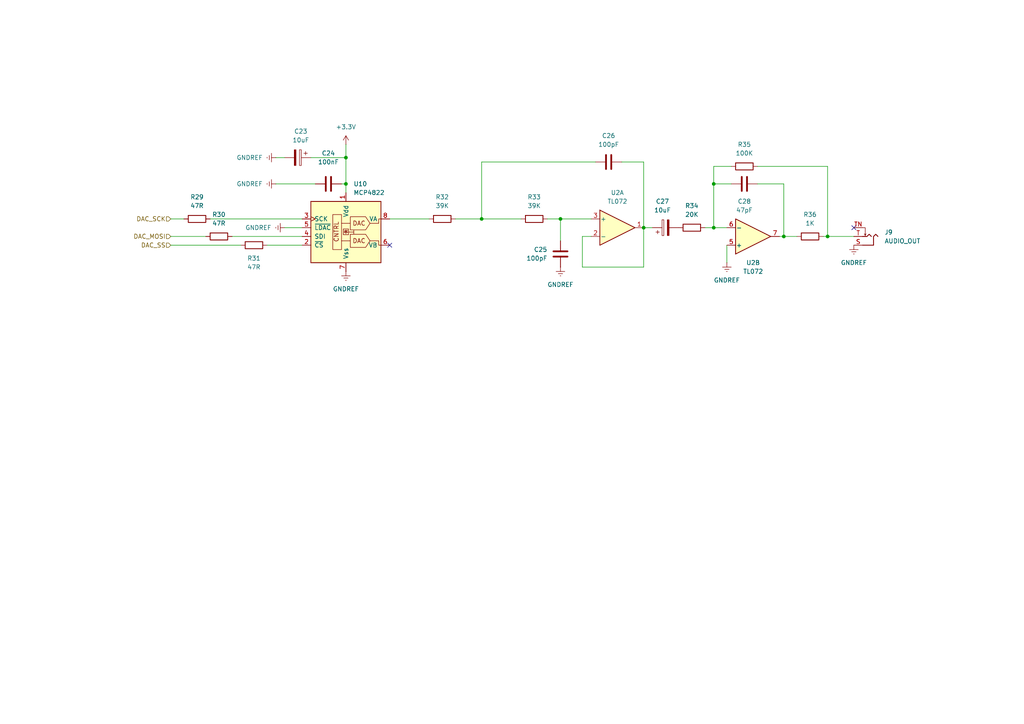
<source format=kicad_sch>
(kicad_sch (version 20231120) (generator "eeschema") (generator_version "8.0")
  (paper "A4")
  (lib_symbols
    (symbol "Amplifier_Operational:TL072" (pin_names (offset 0.127))
      (property "Reference" "U" (at 0 5.08 0))
      (property "Value" "TL072" (at 0 -5.08 0))
      (symbol "TL072_1_1"
        (polyline (pts (xy -5.08 5.08) (xy 5.08 0) (xy -5.08 -5.08) (xy -5.08 5.08)) (stroke (width 0.254)) (fill (type background)))
        (pin output line (at 7.62 0 180) (length 2.54) (name "~") (number "1"))
        (pin input line (at -7.62 -2.54 0) (length 2.54) (name "-") (number "2"))
        (pin input line (at -7.62 2.54 0) (length 2.54) (name "+") (number "3"))
      )
      (symbol "TL072_2_1"
        (polyline (pts (xy -5.08 5.08) (xy 5.08 0) (xy -5.08 -5.08) (xy -5.08 5.08)) (stroke (width 0.254)) (fill (type background)))
        (pin input line (at -7.62 2.54 0) (length 2.54) (name "+") (number "5"))
        (pin input line (at -7.62 -2.54 0) (length 2.54) (name "-") (number "6"))
        (pin output line (at 7.62 0 180) (length 2.54) (name "~") (number "7"))
      )
      (symbol "TL072_3_1"
        (pin power_in line (at -2.54 -7.62 90) (length 3.81) (name "V-") (number "4"))
        (pin power_in line (at -2.54 7.62 270) (length 3.81) (name "V+") (number "8"))
      )
    )
    (symbol "Analog_DAC:MCP4822" (pin_names (offset 1.016))
      (property "Reference" "U" (at -2.54 10.795 0))
      (property "Value" "MCP4822" (at -2.54 8.89 0))
      (symbol "MCP4822_0_0"
        (polyline (pts (xy 0 -1.778) (xy 0 -0.635)))
        (polyline (pts (xy 0.381 -0.889) (xy 0.508 -0.762)))
        (polyline (pts (xy 2.286 -1.143) (xy 2.286 -1.905)))
        (polyline (pts (xy 0.381 -0.889) (xy -0.381 -0.889) (xy -0.508 -1.016)))
        (polyline (pts (xy 0.762 -1.27) (xy 2.286 -1.27) (xy 2.286 -0.762)))
        (polyline (pts (xy 0 -0.889) (xy 0.508 -1.397) (xy -0.508 -1.397) (xy 0 -0.889)))
        (polyline (pts (xy 6.985 -3.81) (xy 9.525 -3.81) (xy 9.525 -5.08) (xy 10.16 -5.08)))
        (polyline (pts (xy 6.985 1.27) (xy 9.525 1.27) (xy 9.525 2.54) (xy 10.16 2.54)))
        (rectangle (start 0.762 -0.381) (end -0.762 -2.032))
        (text "CNTRL" (at -2.032 -4.191 900) (effects (font (size 1.27 1.27)) (justify left bottom)))
        (text "DAC" (at 3.81 -3.81 0) (effects (font (size 1.27 1.27))))
        (text "DAC" (at 3.81 1.27 0) (effects (font (size 1.27 1.27))))
      )
      (symbol "MCP4822_0_1"
        (rectangle (start -10.16 7.62) (end 10.16 -10.16) (stroke (width 0.254)) (fill (type background)))
        (rectangle (start -1.27 -6.35) (end -3.81 3.81))
        (polyline (pts (xy 1.27 -3.81) (xy -1.27 -3.81)))
        (polyline (pts (xy 1.27 1.27) (xy -1.27 1.27)))
        (polyline (pts (xy 6.985 -3.81) (xy 5.715 -1.905) (xy 1.27 -1.905) (xy 1.27 -5.715) (xy 5.715 -5.715) (xy 6.985 -3.81)))
        (polyline (pts (xy 6.985 1.27) (xy 5.715 3.175) (xy 1.27 3.175) (xy 1.27 -0.635) (xy 5.715 -0.635) (xy 6.985 1.27)))
      )
      (symbol "MCP4822_1_1"
        (pin power_in line (at 0 10.16 270) (length 2.54) (name "Vdd") (number "1"))
        (pin input line (at -12.7 -5.08 0) (length 2.54) (name "~{CS}") (number "2"))
        (pin input clock (at -12.7 2.54 0) (length 2.54) (name "SCK") (number "3"))
        (pin input line (at -12.7 -2.54 0) (length 2.54) (name "SDI") (number "4"))
        (pin input line (at -12.7 0 0) (length 2.54) (name "~{LDAC}") (number "5"))
        (pin output line (at 12.7 -5.08 180) (length 2.54) (name "VB") (number "6"))
        (pin power_in line (at 0 -12.7 90) (length 2.54) (name "Vss") (number "7"))
        (pin output line (at 12.7 2.54 180) (length 2.54) (name "VA") (number "8"))
      )
    )
    (symbol "Device:C" (pin_numbers hide) (pin_names (offset 0.254))
      (property "Reference" "C" (at 0.635 2.54 0))
      (property "Value" "C" (at 0.635 -2.54 0))
      (symbol "C_0_1"
        (polyline (pts (xy -2.032 -0.762) (xy 2.032 -0.762)) (stroke (width 0.508)))
        (polyline (pts (xy -2.032 0.762) (xy 2.032 0.762)) (stroke (width 0.508)))
      )
      (symbol "C_1_1"
        (pin passive line (at 0 3.81 270) (length 2.794) (name "~") (number "1"))
        (pin passive line (at 0 -3.81 90) (length 2.794) (name "~") (number "2"))
      )
    )
    (symbol "Device:C_Polarized" (pin_numbers hide) (pin_names (offset 0.254))
      (property "Reference" "C" (at 0.635 2.54 0))
      (property "Value" "C_Polarized" (at 0.635 -2.54 0))
      (symbol "C_Polarized_0_1"
        (rectangle (start -2.286 0.508) (end 2.286 1.016))
        (polyline (pts (xy -1.778 2.286) (xy -0.762 2.286)))
        (polyline (pts (xy -1.27 2.794) (xy -1.27 1.778)))
        (rectangle (start 2.286 -0.508) (end -2.286 -1.016) (fill (type outline)))
      )
      (symbol "C_Polarized_1_1"
        (pin passive line (at 0 3.81 270) (length 2.794) (name "~") (number "1"))
        (pin passive line (at 0 -3.81 90) (length 2.794) (name "~") (number "2"))
      )
    )
    (symbol "power:+3.3V" (power) (pin_numbers hide) (pin_names (offset 0) hide)
      (property "Value" "+3.3V" (at 0 3.556 0))
      (symbol "+3.3V_0_1"
        (polyline (pts (xy -0.762 1.27) (xy 0 2.54)))
        (polyline (pts (xy 0 0) (xy 0 2.54)))
        (polyline (pts (xy 0 2.54) (xy 0.762 1.27)))
      )
      (symbol "+3.3V_1_1"
        (pin power_in line (at 0 0 90) (length 0) (name "~") (number "1"))
      )
    )
    (symbol "power:GNDREF" (power) (pin_numbers hide) (pin_names (offset 0) hide)
      (property "Value" "GNDREF" (at 0 -3.81 0))
      (symbol "GNDREF_0_1"
        (polyline (pts (xy -0.635 -1.905) (xy 0.635 -1.905)))
        (polyline (pts (xy -0.127 -2.54) (xy 0.127 -2.54)))
        (polyline (pts (xy 0 -1.27) (xy 0 0)))
        (polyline (pts (xy 1.27 -1.27) (xy -1.27 -1.27)))
      )
      (symbol "GNDREF_1_1"
        (pin power_in line (at 0 0 270) (length 0) (name "~") (number "1"))
      )
    )
    (symbol "synth:AudioJack_Mono_3.5mm"
      (property "Reference" "J" (at 0 8.89 0))
      (property "Value" "AudioJack_Mono_3.5mm" (at 0 6.35 0))
      (symbol "AudioJack_Mono_3.5mm_0_1"
        (polyline (pts (xy 1.778 -0.254) (xy 2.032 -0.762)))
        (polyline (pts (xy 0 0) (xy 0.635 -0.635) (xy 1.27 0) (xy 2.54 0)) (stroke (width 0.254)))
        (polyline (pts (xy 2.54 -2.54) (xy 1.778 -2.54) (xy 1.778 -0.254) (xy 1.524 -0.762)))
        (polyline (pts (xy 2.54 2.54) (xy -0.635 2.54) (xy -0.635 0) (xy -1.27 -0.635) (xy -1.905 0)) (stroke (width 0.254)))
      )
      (symbol "AudioJack_Mono_3.5mm_1_1"
        (pin passive line (at 5.08 2.54 180) (length 2.54) (name "~") (number "S"))
        (pin passive line (at 5.08 0 180) (length 2.54) (name "~") (number "T"))
        (pin passive line (at 5.08 -2.54 180) (length 2.54) (name "~") (number "TN"))
      )
    )
    (symbol "synth:R_Default" (pin_numbers hide) (pin_names (offset 0))
      (property "Reference" "R" (at -2.032 0 90))
      (property "Value" "R1" (at 2.032 0 90))
      (symbol "R_Default_0_1"
        (rectangle (start 1.016 -2.54) (end -1.016 2.54) (stroke (width 0.254)))
      )
      (symbol "R_Default_1_1"
        (pin passive line (at 0 -3.81 90) (length 1.27) (name "~") (number "1"))
        (pin passive line (at 0 3.81 270) (length 1.27) (name "~") (number "2"))
      )
    )
  )
  (junction (at 100.33 53.34))
  (junction (at 139.7 63.5))
  (junction (at 207.01 66.04))
  (junction (at 227.33 68.58))
  (junction (at 240.03 68.58))
  (junction (at 162.56 63.5))
  (junction (at 100.33 45.72))
  (junction (at 186.69 66.04))
  (junction (at 207.01 53.34))
  (no_connect (at 247.65 66.04))
  (no_connect (at 113.03 71.12))
  (wire (pts (xy 162.56 63.5) (xy 162.56 69.85)))
  (wire (pts (xy 186.69 66.04) (xy 186.69 46.99)))
  (wire (pts (xy 219.71 53.34) (xy 227.33 53.34)))
  (wire (pts (xy 49.53 68.58) (xy 59.69 68.58)))
  (wire (pts (xy 204.47 66.04) (xy 207.01 66.04)))
  (wire (pts (xy 240.03 68.58) (xy 247.65 68.58)))
  (wire (pts (xy 240.03 48.26) (xy 240.03 68.58)))
  (wire (pts (xy 139.7 63.5) (xy 151.13 63.5)))
  (wire (pts (xy 171.45 68.58) (xy 168.91 68.58)))
  (wire (pts (xy 139.7 46.99) (xy 139.7 63.5)))
  (wire (pts (xy 238.76 68.58) (xy 240.03 68.58)))
  (wire (pts (xy 100.33 41.91) (xy 100.33 45.72)))
  (wire (pts (xy 186.69 46.99) (xy 180.34 46.99)))
  (wire (pts (xy 186.69 77.47) (xy 186.69 66.04)))
  (wire (pts (xy 207.01 48.26) (xy 207.01 53.34)))
  (wire (pts (xy 207.01 53.34) (xy 207.01 66.04)))
  (wire (pts (xy 162.56 63.5) (xy 158.75 63.5)))
  (wire (pts (xy 189.23 66.04) (xy 186.69 66.04)))
  (wire (pts (xy 49.53 63.5) (xy 53.34 63.5)))
  (wire (pts (xy 139.7 46.99) (xy 172.72 46.99)))
  (wire (pts (xy 113.03 63.5) (xy 124.46 63.5)))
  (wire (pts (xy 207.01 66.04) (xy 210.82 66.04)))
  (wire (pts (xy 171.45 63.5) (xy 162.56 63.5)))
  (wire (pts (xy 100.33 45.72) (xy 100.33 53.34)))
  (wire (pts (xy 99.06 53.34) (xy 100.33 53.34)))
  (wire (pts (xy 168.91 77.47) (xy 186.69 77.47)))
  (wire (pts (xy 87.63 66.04) (xy 82.55 66.04)))
  (wire (pts (xy 227.33 53.34) (xy 227.33 68.58)))
  (wire (pts (xy 49.53 71.12) (xy 69.85 71.12)))
  (wire (pts (xy 231.14 68.58) (xy 227.33 68.58)))
  (wire (pts (xy 210.82 76.2) (xy 210.82 71.12)))
  (wire (pts (xy 80.01 45.72) (xy 82.55 45.72)))
  (wire (pts (xy 168.91 68.58) (xy 168.91 77.47)))
  (wire (pts (xy 227.33 68.58) (xy 226.06 68.58)))
  (wire (pts (xy 212.09 53.34) (xy 207.01 53.34)))
  (wire (pts (xy 80.01 53.34) (xy 91.44 53.34)))
  (wire (pts (xy 90.17 45.72) (xy 100.33 45.72)))
  (wire (pts (xy 77.47 71.12) (xy 87.63 71.12)))
  (wire (pts (xy 60.96 63.5) (xy 87.63 63.5)))
  (wire (pts (xy 139.7 63.5) (xy 132.08 63.5)))
  (wire (pts (xy 240.03 48.26) (xy 219.71 48.26)))
  (wire (pts (xy 100.33 53.34) (xy 100.33 55.88)))
  (wire (pts (xy 212.09 48.26) (xy 207.01 48.26)))
  (wire (pts (xy 67.31 68.58) (xy 87.63 68.58)))
  (hierarchical_label "DAC_SS" (shape input) (at 49.53 71.12 180))
  (hierarchical_label "DAC_SCK" (shape input) (at 49.53 63.5 180))
  (hierarchical_label "DAC_MOSI" (shape input) (at 49.53 68.58 180))
  (symbol (lib_id "synth:R_Default") (at 154.94 63.5 90) (unit 1)
    (property "Reference" "R33" (at 154.94 57.15 90))
    (property "Value" "39K" (at 154.94 59.69 90))
    (property "Footprint" "Synth:R_Default (DIN0207)" (effects (hide yes)))
    (property "Description" "Resistor" (effects (hide yes)))
  )
  (symbol (lib_id "Device:C") (at 176.53 46.99 90) (unit 1)
    (property "Reference" "C26" (at 176.53 39.37 90))
    (property "Value" "100pF" (at 176.53 41.91 90))
    (property "Footprint" "Capacitor_THT:C_Disc_D7.0mm_W2.5mm_P5.00mm" (effects (hide yes)))
    (property "Description" "Unpolarized capacitor" (effects (hide yes)))
  )
  (symbol (lib_id "synth:R_Default") (at 215.9 48.26 90) (unit 1)
    (property "Reference" "R35" (at 215.9 41.91 90))
    (property "Value" "100K" (at 215.9 44.45 90))
    (property "Footprint" "Synth:R_Default (DIN0207)" (effects (hide yes)))
    (property "Description" "Resistor" (effects (hide yes)))
  )
  (symbol (lib_id "Amplifier_Operational:TL072") (at 218.44 68.58 0) (mirror x) (unit 2)
    (property "Reference" "U2" (at 218.44 76.2 0))
    (property "Value" "TL072" (at 218.44 78.74 0))
    (property "Footprint" "Package_DIP:DIP-14_W7.62mm_Socket_LongPads" (effects (hide yes)))
    (property "Datasheet" "http://www.ti.com/lit/ds/symlink/tl071.pdf" (effects (hide yes)))
    (property "Description" "Dual Low-Noise JFET-Input Operational Amplifiers, DIP-8/SOIC-8" (effects (hide yes)))
  )
  (symbol (lib_id "power:GNDREF") (at 82.55 66.04 270) (unit 1)
    (property "Reference" "#PWR079" (effects (hide yes)))
    (property "Value" "GNDREF" (at 78.74 66.0399 90) (effects (justify right)))
    (property "Description" "Power symbol creates a global label with name \"GNDREF\" , reference supply ground" (effects (hide yes)))
  )
  (symbol (lib_id "synth:AudioJack_Mono_3.5mm") (at 252.73 68.58 180) (unit 1)
    (property "Reference" "J9" (at 256.54 67.3734 0) (effects (justify right)))
    (property "Value" "AUDIO_OUT" (at 256.54 69.9134 0) (effects (justify right)))
    (property "Footprint" "Synth:Jack_3.5mm_QingPu_WQP-PJ398SM_Vertical_CircularHoles" (effects (hide yes)))
    (property "Description" "Audio Jack, 2 Poles (Mono / TS), Switched T Pole (Normalling)" (effects (hide yes)))
  )
  (symbol (lib_id "Device:C_Polarized") (at 193.04 66.04 90) (unit 1)
    (property "Reference" "C27" (at 192.151 58.42 90))
    (property "Value" "10uF" (at 192.151 60.96 90))
    (property "Footprint" "Capacitor_THT:CP_Radial_D5.0mm_P2.50mm" (effects (hide yes)))
    (property "Description" "Polarized capacitor" (effects (hide yes)))
  )
  (symbol (lib_id "synth:R_Default") (at 73.66 71.12 90) (unit 1)
    (property "Reference" "R31" (at 73.66 74.93 90))
    (property "Value" "47R" (at 73.66 77.47 90))
    (property "Footprint" "Synth:R_Default (DIN0207)" (effects (hide yes)))
    (property "Description" "Resistor" (effects (hide yes)))
  )
  (symbol (lib_id "Device:C") (at 95.25 53.34 90) (unit 1)
    (property "Reference" "C24" (at 95.25 44.45 90))
    (property "Value" "100nF" (at 95.25 46.99 90))
    (property "Footprint" "Capacitor_THT:C_Disc_D7.0mm_W2.5mm_P5.00mm" (effects (hide yes)))
    (property "Description" "Unpolarized capacitor" (effects (hide yes)))
  )
  (symbol (lib_id "power:GNDREF") (at 247.65 71.12 0) (unit 1)
    (property "Reference" "#PWR084" (effects (hide yes)))
    (property "Value" "GNDREF" (at 247.65 76.2 0))
    (property "Description" "Power symbol creates a global label with name \"GNDREF\" , reference supply ground" (effects (hide yes)))
  )
  (symbol (lib_id "power:GNDREF") (at 80.01 45.72 270) (unit 1)
    (property "Reference" "#PWR077" (effects (hide yes)))
    (property "Value" "GNDREF" (at 76.2 45.7199 90) (effects (justify right)))
    (property "Description" "Power symbol creates a global label with name \"GNDREF\" , reference supply ground" (effects (hide yes)))
  )
  (symbol (lib_id "power:+3.3V") (at 100.33 41.91 0) (unit 1)
    (property "Reference" "#PWR080" (effects (hide yes)))
    (property "Value" "+3.3V" (at 100.33 36.83 0))
    (property "Description" "Power symbol creates a global label with name \"+3.3V\"" (effects (hide yes)))
  )
  (symbol (lib_id "Device:C") (at 162.56 73.66 0) (unit 1)
    (property "Reference" "C25" (at 158.75 72.3899 0) (effects (justify right)))
    (property "Value" "100pF" (at 158.75 74.9299 0) (effects (justify right)))
    (property "Footprint" "Capacitor_THT:C_Disc_D7.0mm_W2.5mm_P5.00mm" (effects (hide yes)))
    (property "Description" "Unpolarized capacitor" (effects (hide yes)))
  )
  (symbol (lib_id "Device:C_Polarized") (at 86.36 45.72 270) (unit 1)
    (property "Reference" "C23" (at 87.249 38.1 90))
    (property "Value" "10uF" (at 87.249 40.64 90))
    (property "Footprint" "Capacitor_THT:CP_Radial_D5.0mm_P2.50mm" (effects (hide yes)))
    (property "Description" "Polarized capacitor" (effects (hide yes)))
  )
  (symbol (lib_id "power:GNDREF") (at 100.33 78.74 0) (unit 1)
    (property "Reference" "#PWR081" (effects (hide yes)))
    (property "Value" "GNDREF" (at 100.33 83.82 0))
    (property "Description" "Power symbol creates a global label with name \"GNDREF\" , reference supply ground" (effects (hide yes)))
  )
  (symbol (lib_id "synth:R_Default") (at 200.66 66.04 90) (unit 1)
    (property "Reference" "R34" (at 200.66 59.69 90))
    (property "Value" "20K" (at 200.66 62.23 90))
    (property "Footprint" "Synth:R_Default (DIN0207)" (effects (hide yes)))
    (property "Description" "Resistor" (effects (hide yes)))
  )
  (symbol (lib_id "synth:R_Default") (at 63.5 68.58 90) (unit 1)
    (property "Reference" "R30" (at 63.5 62.23 90))
    (property "Value" "47R" (at 63.5 64.77 90))
    (property "Footprint" "Synth:R_Default (DIN0207)" (effects (hide yes)))
    (property "Description" "Resistor" (effects (hide yes)))
  )
  (symbol (lib_id "Device:C") (at 215.9 53.34 90) (unit 1)
    (property "Reference" "C28" (at 215.9 58.42 90))
    (property "Value" "47pF" (at 215.9 60.96 90))
    (property "Footprint" "Capacitor_THT:C_Disc_D7.0mm_W2.5mm_P5.00mm" (effects (hide yes)))
    (property "Description" "Unpolarized capacitor" (effects (hide yes)))
  )
  (symbol (lib_id "Analog_DAC:MCP4822") (at 100.33 66.04 0) (unit 1)
    (property "Reference" "U10" (at 102.5241 53.34 0) (effects (justify left)))
    (property "Value" "MCP4822" (at 102.5241 55.88 0) (effects (justify left)))
    (property "Footprint" "Package_DIP:DIP-8_W7.62mm_Socket_LongPads" (effects (hide yes)))
    (property "Datasheet" "http://ww1.microchip.com/downloads/en/DeviceDoc/20002249B.pdf" (effects (hide yes)))
    (property "Description" "2-Channel 12-Bit D/A Converters with SPI Interface and Internal Reference (2.048V)" (effects (hide yes)))
  )
  (symbol (lib_id "power:GNDREF") (at 210.82 76.2 0) (unit 1)
    (property "Reference" "#PWR083" (effects (hide yes)))
    (property "Value" "GNDREF" (at 210.82 81.28 0))
    (property "Description" "Power symbol creates a global label with name \"GNDREF\" , reference supply ground" (effects (hide yes)))
  )
  (symbol (lib_id "power:GNDREF") (at 162.56 77.47 0) (unit 1)
    (property "Reference" "#PWR082" (effects (hide yes)))
    (property "Value" "GNDREF" (at 162.56 82.55 0))
    (property "Description" "Power symbol creates a global label with name \"GNDREF\" , reference supply ground" (effects (hide yes)))
  )
  (symbol (lib_id "synth:R_Default") (at 128.27 63.5 90) (unit 1)
    (property "Reference" "R32" (at 128.27 57.15 90))
    (property "Value" "39K" (at 128.27 59.69 90))
    (property "Footprint" "Synth:R_Default (DIN0207)" (effects (hide yes)))
    (property "Description" "Resistor" (effects (hide yes)))
  )
  (symbol (lib_id "power:GNDREF") (at 80.01 53.34 270) (unit 1)
    (property "Reference" "#PWR078" (effects (hide yes)))
    (property "Value" "GNDREF" (at 76.2 53.3399 90) (effects (justify right)))
    (property "Description" "Power symbol creates a global label with name \"GNDREF\" , reference supply ground" (effects (hide yes)))
  )
  (symbol (lib_id "synth:R_Default") (at 234.95 68.58 90) (unit 1)
    (property "Reference" "R36" (at 234.95 62.23 90))
    (property "Value" "1K" (at 234.95 64.77 90))
    (property "Footprint" "Synth:R_Default (DIN0207)" (effects (hide yes)))
    (property "Description" "Resistor" (effects (hide yes)))
  )
  (symbol (lib_id "synth:R_Default") (at 57.15 63.5 90) (unit 1)
    (property "Reference" "R29" (at 57.15 57.15 90))
    (property "Value" "47R" (at 57.15 59.69 90))
    (property "Footprint" "Synth:R_Default (DIN0207)" (effects (hide yes)))
    (property "Description" "Resistor" (effects (hide yes)))
  )
  (symbol (lib_id "Amplifier_Operational:TL072") (at 179.07 66.04 0) (unit 1)
    (property "Reference" "U2" (at 179.07 55.88 0))
    (property "Value" "TL072" (at 179.07 58.42 0))
    (property "Footprint" "Package_DIP:DIP-14_W7.62mm_Socket_LongPads" (effects (hide yes)))
    (property "Datasheet" "http://www.ti.com/lit/ds/symlink/tl071.pdf" (effects (hide yes)))
    (property "Description" "Dual Low-Noise JFET-Input Operational Amplifiers, DIP-8/SOIC-8" (effects (hide yes)))
  )
)
</source>
